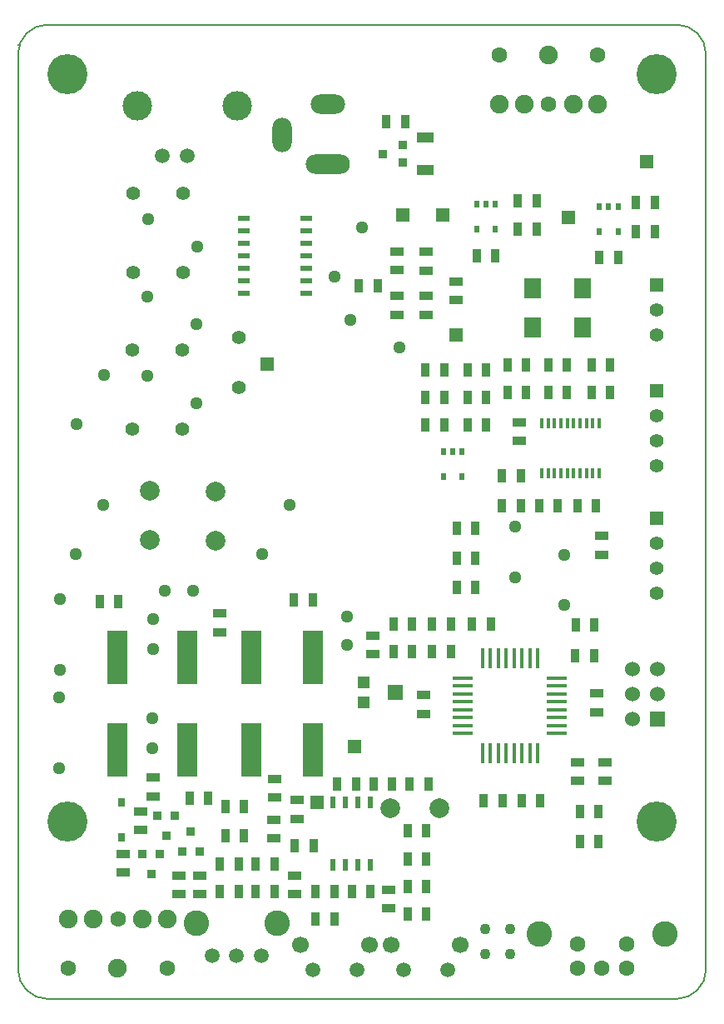
<source format=gbs>
G04 (created by PCBNEW (2012-nov-02)-testing) date Wed 09 Jan 2013 07:50:11 PM PST*
%MOIN*%
G04 Gerber Fmt 3.4, Leading zero omitted, Abs format*
%FSLAX34Y34*%
G01*
G70*
G90*
G04 APERTURE LIST*
%ADD10C,0.006*%
%ADD11C,0.00590551*%
%ADD12R,0.0708661X0.0787402*%
%ADD13R,0.015748X0.0433071*%
%ADD14C,0.0787*%
%ADD15R,0.0787X0.0177*%
%ADD16R,0.0177X0.0787*%
%ADD17R,0.0472441X0.0472441*%
%ADD18R,0.0590551X0.0629921*%
%ADD19C,0.0512*%
%ADD20C,0.0748031*%
%ADD21C,0.0629921*%
%ADD22C,0.0433071*%
%ADD23R,0.02X0.03*%
%ADD24R,0.036X0.036*%
%ADD25R,0.0669291X0.0393701*%
%ADD26R,0.0255906X0.038189*%
%ADD27R,0.02X0.045*%
%ADD28R,0.045X0.02*%
%ADD29R,0.055X0.055*%
%ADD30C,0.055*%
%ADD31C,0.102362*%
%ADD32C,0.0590551*%
%ADD33C,0.0669291*%
%ADD34R,0.0787X0.2165*%
%ADD35R,0.06X0.06*%
%ADD36C,0.06*%
%ADD37C,0.16*%
%ADD38R,0.035X0.055*%
%ADD39R,0.055X0.035*%
%ADD40C,0.1181*%
%ADD41C,0.0591*%
%ADD42O,0.1378X0.0787*%
%ADD43O,0.177211X0.0787*%
%ADD44O,0.0787X0.1378*%
G04 APERTURE END LIST*
G54D10*
G54D11*
X65748Y-59055D02*
G75*
G03X66929Y-57874I0J1181D01*
G74*
G01*
X39370Y-57874D02*
G75*
G03X40551Y-59055I1181J0D01*
G74*
G01*
X40551Y-20078D02*
G75*
G03X39370Y-21259I0J-1181D01*
G74*
G01*
X66929Y-21259D02*
G75*
G03X65748Y-20078I-1181J0D01*
G74*
G01*
X40551Y-20078D02*
X65748Y-20078D01*
X40551Y-59055D02*
X65748Y-59055D01*
X66929Y-57874D02*
X66929Y-21259D01*
X39370Y-20866D02*
X39370Y-20885D01*
X39370Y-57874D02*
X39370Y-21259D01*
G54D12*
X59984Y-30629D03*
X61984Y-30629D03*
X61984Y-32204D03*
X59984Y-32204D03*
G54D13*
X60343Y-36013D03*
X60600Y-36013D03*
X60856Y-36013D03*
X61112Y-36013D03*
X61368Y-36013D03*
X61624Y-36013D03*
X61879Y-36013D03*
X62135Y-36013D03*
X62391Y-36013D03*
X62647Y-36013D03*
X62647Y-38041D03*
X62391Y-38041D03*
X62135Y-38041D03*
X61879Y-38041D03*
X61624Y-38041D03*
X61368Y-38041D03*
X61112Y-38041D03*
X60856Y-38041D03*
X60600Y-38041D03*
X60344Y-38041D03*
G54D14*
X56239Y-51437D03*
X54271Y-51437D03*
X44665Y-40708D03*
X44665Y-38740D03*
X47283Y-40728D03*
X47283Y-38760D03*
G54D15*
X57198Y-46229D03*
X57198Y-46544D03*
X57198Y-46859D03*
X57198Y-47174D03*
X57198Y-47489D03*
X57198Y-47804D03*
X57198Y-48119D03*
X57198Y-48434D03*
X60964Y-48432D03*
X60964Y-46222D03*
X60964Y-46542D03*
X60964Y-46862D03*
X60964Y-47172D03*
X60964Y-47492D03*
X60964Y-47802D03*
X60964Y-48122D03*
G54D16*
X57982Y-49222D03*
X58296Y-49222D03*
X58612Y-49222D03*
X58926Y-49222D03*
X59242Y-49222D03*
X59556Y-49222D03*
X59872Y-49222D03*
X60186Y-49222D03*
X57984Y-45442D03*
X58294Y-45442D03*
X58614Y-45442D03*
X58924Y-45442D03*
X59234Y-45442D03*
X59554Y-45442D03*
X59874Y-45442D03*
X60194Y-45442D03*
G54D17*
X53208Y-47185D03*
X53208Y-46397D03*
G54D18*
X54488Y-46791D03*
G54D19*
X42814Y-34094D03*
X41712Y-36062D03*
X59271Y-40177D03*
X61240Y-41279D03*
X54655Y-32991D03*
X52686Y-31889D03*
X53149Y-28188D03*
X52047Y-30157D03*
X61240Y-43306D03*
X59271Y-42204D03*
X44546Y-34124D03*
X46515Y-35226D03*
X46506Y-32066D03*
X44537Y-30964D03*
X50236Y-39291D03*
X49134Y-41260D03*
X44576Y-27854D03*
X46545Y-28956D03*
X42795Y-39291D03*
X41693Y-41260D03*
X44763Y-49015D03*
X44763Y-47834D03*
X41023Y-49842D03*
X41023Y-47007D03*
X44783Y-45059D03*
X44783Y-43877D03*
X41043Y-45885D03*
X41043Y-43051D03*
G54D20*
X43366Y-57834D03*
X41397Y-55866D03*
X44350Y-55866D03*
X42381Y-55866D03*
X45334Y-55866D03*
G54D21*
X43370Y-55866D03*
X41397Y-57834D03*
X45334Y-57834D03*
G54D20*
X60629Y-21299D03*
X62598Y-23267D03*
X59645Y-23267D03*
X61614Y-23267D03*
X58661Y-23267D03*
G54D21*
X60625Y-23267D03*
X62598Y-21299D03*
X58661Y-21299D03*
G54D22*
X58082Y-57267D03*
X58082Y-56267D03*
X59082Y-56267D03*
X59082Y-57267D03*
G54D23*
X56416Y-37157D03*
X57166Y-37157D03*
X56416Y-38157D03*
X56791Y-37157D03*
X57166Y-38157D03*
X57735Y-27275D03*
X58485Y-27275D03*
X57735Y-28275D03*
X58110Y-27275D03*
X58485Y-28275D03*
X62656Y-27354D03*
X63406Y-27354D03*
X62656Y-28354D03*
X63031Y-27354D03*
X63406Y-28354D03*
G54D24*
X45949Y-53175D03*
X46649Y-53175D03*
X46299Y-52375D03*
X45054Y-53261D03*
X44354Y-53261D03*
X44704Y-54061D03*
X54789Y-25605D03*
X54789Y-24905D03*
X53989Y-25255D03*
X45664Y-51725D03*
X44964Y-51725D03*
X45314Y-52525D03*
G54D25*
X55698Y-24606D03*
X55698Y-25905D03*
G54D26*
X43503Y-52578D03*
X43503Y-51208D03*
G54D27*
X51986Y-53690D03*
X52486Y-53690D03*
X52986Y-53690D03*
X53486Y-53690D03*
X53486Y-51190D03*
X52986Y-51190D03*
X52486Y-51190D03*
X51986Y-51190D03*
G54D28*
X50916Y-27820D03*
X50916Y-28320D03*
X50916Y-28820D03*
X50916Y-29320D03*
X50916Y-29820D03*
X50916Y-30320D03*
X50916Y-30820D03*
X48416Y-30820D03*
X48416Y-30320D03*
X48416Y-29320D03*
X48416Y-28820D03*
X48416Y-28320D03*
X48416Y-27820D03*
X48416Y-29820D03*
G54D29*
X64960Y-34720D03*
G54D30*
X64960Y-35720D03*
X64960Y-36720D03*
X64960Y-37720D03*
G54D29*
X64960Y-39838D03*
G54D30*
X64960Y-40838D03*
X64960Y-41838D03*
X64960Y-42838D03*
G54D29*
X64960Y-30496D03*
G54D30*
X64960Y-31496D03*
X64960Y-32496D03*
G54D29*
X49350Y-33661D03*
X61417Y-27795D03*
X56929Y-32480D03*
X51358Y-51181D03*
X56397Y-27696D03*
X52834Y-48956D03*
X64547Y-25551D03*
X54783Y-27696D03*
G54D31*
X46515Y-56023D03*
X49744Y-56023D03*
G54D32*
X47145Y-57322D03*
X48129Y-57322D03*
X49114Y-57322D03*
G54D33*
X54330Y-56909D03*
X57086Y-56909D03*
G54D32*
X54822Y-57893D03*
X56594Y-57893D03*
G54D33*
X50688Y-56909D03*
X53444Y-56909D03*
G54D32*
X51181Y-57893D03*
X52952Y-57893D03*
G54D31*
X65275Y-56456D03*
X60236Y-56456D03*
G54D21*
X61771Y-57834D03*
X62755Y-57834D03*
X63740Y-57834D03*
X61771Y-56850D03*
X63740Y-56850D03*
G54D30*
X45940Y-36269D03*
X43940Y-36269D03*
X43950Y-33100D03*
X45950Y-33100D03*
X45980Y-29980D03*
X43980Y-29980D03*
X43980Y-26830D03*
X45980Y-26830D03*
G54D19*
X52539Y-44901D03*
X52539Y-43759D03*
X46397Y-42716D03*
X45255Y-42716D03*
G54D34*
X43366Y-45394D03*
X43366Y-49094D03*
X46161Y-49094D03*
X46161Y-45394D03*
X48720Y-45394D03*
X48720Y-49094D03*
X51181Y-49094D03*
X51181Y-45394D03*
G54D35*
X64988Y-47850D03*
G54D36*
X63988Y-47850D03*
X64988Y-46850D03*
X63988Y-46850D03*
X64988Y-45850D03*
X63988Y-45850D03*
G54D37*
X41338Y-22047D03*
X64960Y-22047D03*
X41338Y-51968D03*
X64960Y-51968D03*
G54D38*
X55963Y-45177D03*
X56713Y-45177D03*
X63091Y-34803D03*
X62341Y-34803D03*
X55158Y-44055D03*
X54408Y-44055D03*
X55729Y-55669D03*
X54979Y-55669D03*
G54D39*
X53582Y-45276D03*
X53582Y-44526D03*
G54D38*
X54408Y-45177D03*
X55158Y-45177D03*
G54D39*
X62539Y-47579D03*
X62539Y-46829D03*
G54D38*
X56713Y-44055D03*
X55963Y-44055D03*
X58308Y-44055D03*
X57558Y-44055D03*
G54D39*
X55629Y-47658D03*
X55629Y-46908D03*
G54D38*
X53780Y-30531D03*
X53030Y-30531D03*
G54D39*
X55718Y-30934D03*
X55718Y-31684D03*
X56929Y-31103D03*
X56929Y-30353D03*
X55718Y-29162D03*
X55718Y-29912D03*
G54D38*
X48896Y-53661D03*
X49646Y-53661D03*
X54979Y-53464D03*
X55729Y-53464D03*
X55687Y-33897D03*
X56437Y-33897D03*
G54D39*
X62736Y-40530D03*
X62736Y-41280D03*
G54D38*
X56947Y-42598D03*
X57697Y-42598D03*
X57697Y-41437D03*
X56947Y-41437D03*
X55687Y-36082D03*
X56437Y-36082D03*
X57697Y-40236D03*
X56947Y-40236D03*
X57380Y-33897D03*
X58130Y-33897D03*
X57380Y-35000D03*
X58130Y-35000D03*
X58130Y-36082D03*
X57380Y-36082D03*
X55687Y-35000D03*
X56437Y-35000D03*
X60235Y-39311D03*
X60985Y-39311D03*
X64882Y-28346D03*
X64132Y-28346D03*
X60138Y-28267D03*
X59388Y-28267D03*
X63406Y-29389D03*
X62656Y-29389D03*
X58485Y-29311D03*
X57735Y-29311D03*
X64882Y-27185D03*
X64132Y-27185D03*
X60138Y-27125D03*
X59388Y-27125D03*
X54132Y-23976D03*
X54882Y-23976D03*
G54D39*
X54566Y-29152D03*
X54566Y-29902D03*
G54D38*
X63091Y-33681D03*
X62341Y-33681D03*
G54D39*
X62893Y-50335D03*
X62893Y-49585D03*
G54D38*
X62619Y-51574D03*
X61869Y-51574D03*
X61869Y-52755D03*
X62619Y-52755D03*
X60296Y-51122D03*
X59546Y-51122D03*
X58030Y-51122D03*
X58780Y-51122D03*
X61691Y-45334D03*
X62441Y-45334D03*
X61711Y-44094D03*
X62461Y-44094D03*
G54D39*
X54566Y-30934D03*
X54566Y-31684D03*
X61771Y-50335D03*
X61771Y-49585D03*
G54D38*
X59725Y-33681D03*
X58975Y-33681D03*
X61359Y-34803D03*
X60609Y-34803D03*
G54D39*
X59448Y-36733D03*
X59448Y-35983D03*
G54D38*
X60609Y-33681D03*
X61359Y-33681D03*
X58975Y-34803D03*
X59725Y-34803D03*
X59508Y-38129D03*
X58758Y-38129D03*
X58758Y-39311D03*
X59508Y-39311D03*
X61770Y-39311D03*
X62520Y-39311D03*
G54D39*
X44783Y-50195D03*
X44783Y-50945D03*
X47460Y-44390D03*
X47460Y-43640D03*
X49665Y-50254D03*
X49665Y-51004D03*
G54D38*
X50432Y-43110D03*
X51182Y-43110D03*
G54D39*
X50452Y-54863D03*
X50452Y-54113D03*
G54D38*
X43386Y-43169D03*
X42636Y-43169D03*
G54D39*
X43582Y-53247D03*
X43582Y-53997D03*
G54D38*
X51201Y-52913D03*
X50451Y-52913D03*
G54D39*
X49625Y-51888D03*
X49625Y-52638D03*
X50551Y-51851D03*
X50551Y-51101D03*
G54D38*
X48209Y-53661D03*
X47459Y-53661D03*
X48209Y-54763D03*
X47459Y-54763D03*
X49646Y-54763D03*
X48896Y-54763D03*
X52048Y-55846D03*
X51298Y-55846D03*
X51298Y-54763D03*
X52048Y-54763D03*
G54D39*
X54212Y-54684D03*
X54212Y-55434D03*
G54D38*
X53485Y-54763D03*
X52735Y-54763D03*
X47676Y-51358D03*
X48426Y-51358D03*
X48426Y-52519D03*
X47676Y-52519D03*
X54979Y-52322D03*
X55729Y-52322D03*
G54D39*
X45826Y-54113D03*
X45826Y-54863D03*
X46653Y-54113D03*
X46653Y-54863D03*
G54D38*
X55058Y-50452D03*
X55808Y-50452D03*
X53601Y-50452D03*
X54351Y-50452D03*
G54D39*
X44271Y-52304D03*
X44271Y-51554D03*
G54D38*
X46239Y-51023D03*
X46989Y-51023D03*
X52914Y-50452D03*
X52164Y-50452D03*
X55729Y-54566D03*
X54979Y-54566D03*
G54D30*
X48228Y-34582D03*
X48228Y-32582D03*
G54D40*
X44141Y-23314D03*
X48141Y-23314D03*
G54D41*
X46141Y-25314D03*
X45141Y-25314D03*
G54D42*
X51771Y-23247D03*
G54D43*
X51771Y-25649D03*
G54D44*
X49960Y-24507D03*
M02*

</source>
